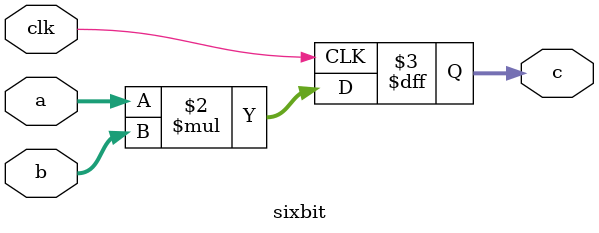
<source format=v>
module sixbit (a, b, clk, c);
	input [5:0] a;
	input [5:0] b;
	input clk;
	output[11:0] c;
	
	reg [11:0]c;

always @ (posedge clk) begin
	c <= a*b;
end

endmodule

</source>
